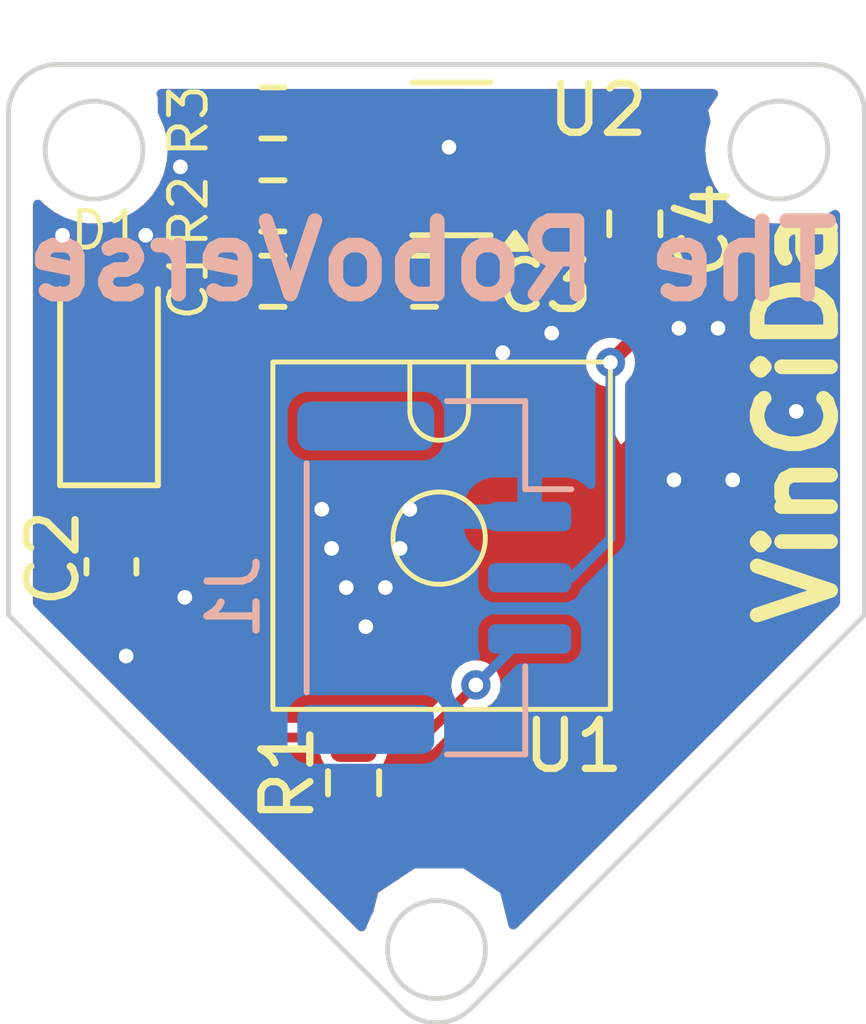
<source format=kicad_pcb>
(kicad_pcb (version 20240108) (generator "pcbnew") (generator_version "8.0")
  (layers (0 "F.Cu" signal) (31 "B.Cu" signal) (34 "B.Paste" user) (35 "F.Paste" user) (36 "B.SilkS" user "B.Silkscreen") (37 "F.SilkS" user "F.Silkscreen") (38 "B.Mask" user) (39 "F.Mask" user) (44 "Edge.Cuts" user))
  (net 0 "")
  (net 1 "/OUT")
  (net 2 "GND")
  (net 3 "Net-(U2-ADJ)")
  (net 4 "/VDD")
  (net 5 "Net-(J1-Pin_2)")
  (footprint "Package_TO_SOT_SMD:SOT-23-5" (layer "F.Cu") (at 67.95 43.84 180)
    (property "Reference" "U2" (at -3 1 0) (layer "F.SilkS"))
    (property "Value" "LP2980-ADJ")
    (fp_line (start 0 1.56) (end 0.8 1.56) (stroke (width 0.12)) (layer "F.SilkS"))
    (fp_line (start 0 1.56) (end -0.8 1.56) (stroke (width 0.12)) (layer "F.SilkS"))
    (fp_line (start 0 -1.56) (end 0.8 -1.56) (stroke (width 0.12)) (layer "F.SilkS"))
    (fp_line (start 0 -1.56) (end -0.8 -1.56) (stroke (width 0.12)) (layer "F.SilkS"))
    (fp_poly (pts (xy -1.3 -1.51) (xy -1.54 -1.84) (xy -1.06 -1.84) (xy -1.3 -1.51)) (stroke (width 0.12)) (fill solid) (layer "F.SilkS"))
    (pad "1" smd roundrect (at -1.1375 -0.95 180) (size 1.325 0.6) (layers "F.Cu" "F.Paste" "F.Mask") (net 5 "Net-(J1-Pin_2)"))
    (pad "2" smd roundrect (at -1.1375 0 180) (size 1.325 0.6) (layers "F.Cu" "F.Paste" "F.Mask") (net 2 "GND"))
    (pad "3" smd roundrect (at -1.1375 0.95 180) (size 1.325 0.6) (layers "F.Cu" "F.Paste" "F.Mask") (net 5 "Net-(J1-Pin_2)"))
    (pad "4" smd roundrect (at 1.1375 0.95 180) (size 1.325 0.6) (layers "F.Cu" "F.Paste" "F.Mask") (net 3 "Net-(U2-ADJ)"))
    (pad "5" smd roundrect (at 1.1375 -0.95 180) (size 1.325 0.6) (layers "F.Cu" "F.Paste" "F.Mask") (net 4 "/VDD"))
  )
  (footprint "Capacitor_SMD:C_0603_1608Metric" (layer "F.Cu") (at 61 52.175 -90)
    (property "Reference" "C2" (at -0.175 1.2 -90) (layer "F.SilkS"))
    (property "Value" "100n")
    (fp_line (start -0.14058 0.51) (end 0.14058 0.51) (stroke (width 0.12)) (layer "F.SilkS"))
    (fp_line (start -0.14058 -0.51) (end 0.14058 -0.51) (stroke (width 0.12)) (layer "F.SilkS"))
    (pad "1" smd roundrect (at -0.775 0 270) (size 0.9 0.95) (layers "F.Cu" "F.Paste" "F.Mask") (net 4 "/VDD"))
    (pad "2" smd roundrect (at 0.775 0 270) (size 0.9 0.95) (layers "F.Cu" "F.Paste" "F.Mask") (net 2 "GND"))
  )
  (footprint "Resistor_SMD:R_0603_1608Metric" (layer "F.Cu") (at 64.3 44.8 180)
    (property "Reference" "R2" (at 1.725 -0.11 90) (layer "F.SilkS") (effects (font (size 0.75 0.75) (thickness 0.1))))
    (property "Value" "86.6k")
    (fp_line (start -0.237258 0.5225) (end 0.237258 0.5225) (stroke (width 0.12)) (layer "F.SilkS"))
    (fp_line (start -0.237258 -0.5225) (end 0.237258 -0.5225) (stroke (width 0.12)) (layer "F.SilkS"))
    (pad "1" smd roundrect (at -0.825 0 180) (size 0.8 0.95) (layers "F.Cu" "F.Paste" "F.Mask") (net 3 "Net-(U2-ADJ)"))
    (pad "2" smd roundrect (at 0.825 0 180) (size 0.8 0.95) (layers "F.Cu" "F.Paste" "F.Mask") (net 4 "/VDD"))
  )
  (footprint "Resistor_SMD:R_0603_1608Metric" (layer "F.Cu") (at 71.7 45.165 90)
    (property "Reference" "C4" (at -0.135 1.4 -90) (layer "F.SilkS"))
    (property "Value" "1uF")
    (fp_line (start -0.237258 -0.5225) (end 0.237258 -0.5225) (stroke (width 0.12)) (layer "F.SilkS"))
    (fp_line (start -0.237258 0.5225) (end 0.237258 0.5225) (stroke (width 0.12)) (layer "F.SilkS"))
    (pad "1" smd roundrect (at -0.825 0 90) (size 0.8 0.95) (layers "F.Cu" "F.Paste" "F.Mask") (net 5 "Net-(J1-Pin_2)"))
    (pad "2" smd roundrect (at 0.825 0 90) (size 0.8 0.95) (layers "F.Cu" "F.Paste" "F.Mask") (net 2 "GND"))
  )
  (footprint "Diode_SMD:D_SOD-123" (layer "F.Cu") (at 60.95 48.15 90)
    (property "Reference" "D1" (at 2.85 -0.05 180) (layer "F.SilkS") (effects (font (size 0.75 0.75) (thickness 0.1))))
    (property "Value" "D_Zener")
    (fp_line (start -2.36 -1) (end 1.65 -1) (stroke (width 0.12)) (layer "F.SilkS"))
    (fp_line (start -2.36 -1) (end -2.36 1) (stroke (width 0.12)) (layer "F.SilkS"))
    (fp_line (start -2.36 1) (end 1.65 1) (stroke (width 0.12)) (layer "F.SilkS"))
    (pad "1" smd roundrect (at -1.65 0 90) (size 0.9 1.2) (layers "F.Cu" "F.Paste" "F.Mask") (net 4 "/VDD"))
    (pad "2" smd roundrect (at 1.65 0 90) (size 0.9 1.2) (layers "F.Cu" "F.Paste" "F.Mask") (net 2 "GND"))
  )
  (footprint "Resistor_SMD:R_0603_1608Metric" (layer "F.Cu") (at 67.4 46.34)
    (property "Reference" "C3" (at 2.45 0.1 0) (layer "F.SilkS"))
    (property "Value" "10pF")
    (fp_line (start -0.237258 -0.5225) (end 0.237258 -0.5225) (stroke (width 0.12)) (layer "F.SilkS"))
    (fp_line (start -0.237258 0.5225) (end 0.237258 0.5225) (stroke (width 0.12)) (layer "F.SilkS"))
    (pad "1" smd roundrect (at -0.825 0) (size 0.8 0.95) (layers "F.Cu" "F.Paste" "F.Mask") (net 4 "/VDD"))
    (pad "2" smd roundrect (at 0.825 0) (size 0.8 0.95) (layers "F.Cu" "F.Paste" "F.Mask") (net 3 "Net-(U2-ADJ)"))
  )
  (footprint "Resistor_SMD:R_0603_1608Metric" (layer "F.Cu") (at 64.3 42.9 180)
    (property "Reference" "R3" (at 1.725 -0.16 90) (layer "F.SilkS") (effects (font (size 0.75 0.75) (thickness 0.1))))
    (property "Value" "51.1k")
    (fp_line (start -0.237258 0.5225) (end 0.237258 0.5225) (stroke (width 0.12)) (layer "F.SilkS"))
    (fp_line (start -0.237258 -0.5225) (end 0.237258 -0.5225) (stroke (width 0.12)) (layer "F.SilkS"))
    (pad "1" smd roundrect (at -0.825 0 180) (size 0.8 0.95) (layers "F.Cu" "F.Paste" "F.Mask") (net 3 "Net-(U2-ADJ)"))
    (pad "2" smd roundrect (at 0.825 0 180) (size 0.8 0.95) (layers "F.Cu" "F.Paste" "F.Mask") (net 2 "GND"))
  )
  (footprint "Resistor_SMD:R_0603_1608Metric" (layer "F.Cu") (at 64.3 46.34)
    (property "Reference" "C1" (at -1.725 0.06 -90) (layer "F.SilkS") (effects (font (size 0.75 0.75) (thickness 0.1))))
    (property "Value" "4.7uF")
    (fp_line (start -0.237258 -0.5225) (end 0.237258 -0.5225) (stroke (width 0.12)) (layer "F.SilkS"))
    (fp_line (start -0.237258 0.5225) (end 0.237258 0.5225) (stroke (width 0.12)) (layer "F.SilkS"))
    (pad "1" smd roundrect (at -0.825 0) (size 0.8 0.95) (layers "F.Cu" "F.Paste" "F.Mask") (net 2 "GND"))
    (pad "2" smd roundrect (at 0.825 0) (size 0.8 0.95) (layers "F.Cu" "F.Paste" "F.Mask") (net 4 "/VDD"))
  )
  (footprint "Ensmasteel_librairy:XGZ6859 6pin" (layer "F.Cu") (at 67.7 51.59)
    (property "Reference" "U1" (at 2.75 4.25 0) (layer "F.SilkS"))
    (property "Value" "XPGZP6859A")
    (fp_line (start -0.6 -2.6) (end -0.6 -3.6) (stroke (width 0.1)) (layer "F.SilkS"))
    (fp_line (start 0.6 -2.6) (end 0.6 -3.6) (stroke (width 0.1)) (layer "F.SilkS"))
    (fp_rect (start -3.4 -3.6) (end 3.5 3.5) (stroke (width 0.1)) (fill none) (layer "F.SilkS"))
    (fp_arc (start 0.6 -2.6) (mid 0 -2) (end -0.6 -2.6) (stroke (width 0.1)) (layer "F.SilkS"))
    (fp_circle (center 0 0) (end 0.8 -0.5) (stroke (width 0.1)) (fill none) (layer "F.SilkS"))
    (pad "1" smd roundrect (at -4.8 -2.64) (size 1.5 1) (layers "F.Cu" "F.Paste" "F.Mask"))
    (pad "2" smd roundrect (at -4.8 0) (size 1.5 1) (layers "F.Cu" "F.Paste" "F.Mask") (net 4 "/VDD"))
    (pad "3" smd roundrect (at -4.8 2.64) (size 1.5 1) (layers "F.Cu" "F.Paste" "F.Mask") (net 1 "/OUT"))
    (pad "4" smd roundrect (at 4.8 2.64) (size 1.5 1) (layers "F.Cu" "F.Paste" "F.Mask"))
    (pad "5" smd roundrect (at 4.8 0) (size 1.5 1) (layers "F.Cu" "F.Paste" "F.Mask"))
    (pad "6" smd roundrect (at 4.8 -2.64) (size 1.5 1) (layers "F.Cu" "F.Paste" "F.Mask") (net 2 "GND"))
  )
  (footprint "Resistor_SMD:R_0603_1608Metric" (layer "F.Cu") (at 65.95 56.59 90)
    (property "Reference" "R1" (at 0.19 -1.35 90) (layer "F.SilkS"))
    (property "Value" "5k")
    (fp_line (start -0.237258 -0.5225) (end 0.237258 -0.5225) (stroke (width 0.12)) (layer "F.SilkS"))
    (fp_line (start -0.237258 0.5225) (end 0.237258 0.5225) (stroke (width 0.12)) (layer "F.SilkS"))
    (pad "1" smd roundrect (at -0.825 0 90) (size 0.8 0.95) (layers "F.Cu" "F.Paste" "F.Mask") (net 2 "GND"))
    (pad "2" smd roundrect (at 0.825 0 90) (size 0.8 0.95) (layers "F.Cu" "F.Paste" "F.Mask") (net 1 "/OUT"))
  )
  (footprint "Connector_JST:JST_GH_BM03B-GHS-TBT_1x03-1MP_P1.25mm_Vertical" (layer "B.Cu") (at 67.6 52.4 -90)
    (property "Reference" "J1" (at 0.4 4.1 -90) (layer "B.SilkS") (effects (justify mirror)))
    (property "Value" "Conn_01x03_Socket")
    (fp_line (start 2.34 2.61) (end -2.34 2.61) (stroke (width 0.12)) (layer "B.SilkS"))
    (fp_line (start -3.61 -1.86) (end -3.61 -0.26) (stroke (width 0.12)) (layer "B.SilkS"))
    (fp_line (start -1.81 -1.86) (end -3.61 -1.86) (stroke (width 0.12)) (layer "B.SilkS"))
    (fp_line (start 1.81 -1.86) (end 3.61 -1.86) (stroke (width 0.12)) (layer "B.SilkS"))
    (fp_line (start 3.61 -1.86) (end 3.61 -0.26) (stroke (width 0.12)) (layer "B.SilkS"))
    (fp_line (start -1.81 -2.8) (end -1.81 -1.86) (stroke (width 0.12)) (layer "B.SilkS"))
    (pad "1" smd roundrect (at -1.25 -1.95 270) (size 0.6 1.7) (layers "B.Cu" "B.Paste" "B.Mask") (net 2 "GND"))
    (pad "2" smd roundrect (at 0 -1.95 270) (size 0.6 1.7) (layers "B.Cu" "B.Paste" "B.Mask") (net 5 "Net-(J1-Pin_2)"))
    (pad "3" smd roundrect (at 1.25 -1.95 270) (size 0.6 1.7) (layers "B.Cu" "B.Paste" "B.Mask") (net 1 "/OUT"))
    (pad "MP" smd roundrect (at -3.1 1.4 270) (size 1 2.8) (layers "B.Cu" "B.Paste" "B.Mask"))
    (pad "MP" smd roundrect (at 3.1 1.4 270) (size 1 2.8) (layers "B.Cu" "B.Paste" "B.Mask"))
  )
  (gr_circle (center 74.644609 43.658841) (end 75.644609 43.658841) (stroke (width 0.1)) (fill none) (layer "Edge.Cuts"))
  (gr_line (start 68.355456 61.197964) (end 76.394609 53.158841) (stroke (width 0.1)) (layer "Edge.Cuts"))
  (gr_arc (start 58.894609 42.908825) (mid 59.187515 42.201736) (end 59.894609 41.908841) (stroke (width 0.1)) (layer "Edge.Cuts"))
  (gr_circle (center 60.644609 43.658841) (end 61.644609 43.658841) (stroke (width 0.1)) (fill none) (layer "Edge.Cuts"))
  (gr_line (start 75.394638 41.908841) (end 59.894609 41.908841) (stroke (width 0.1)) (layer "Edge.Cuts"))
  (gr_circle (center 67.644609 59.999661) (end 68.644609 59.999661) (stroke (width 0.1)) (fill none) (layer "Edge.Cuts"))
  (gr_line (start 58.894609 53.158841) (end 66.937456 61.201718) (stroke (width 0.1)) (layer "Edge.Cuts"))
  (gr_arc (start 68.355456 61.197964) (mid 67.647262 61.494582) (end 66.937502 61.201733) (stroke (width 0.1)) (layer "Edge.Cuts"))
  (gr_line (start 58.894609 42.908825) (end 58.894609 53.158841) (stroke (width 0.1)) (layer "Edge.Cuts"))
  (gr_line (start 76.394609 53.158841) (end 76.394609 42.903927) (stroke (width 0.1)) (layer "Edge.Cuts"))
  (gr_arc (start 75.394638 41.908841) (mid 76.099997 42.200002) (end 76.394609 42.903927) (stroke (width 0.1)) (layer "Edge.Cuts"))
  (gr_text "The RoboVerse" (at 76 46.8 0) (layer "B.SilkS") (effects (font (size 1.5 1.5) (thickness 0.3) (bold yes)) (justify left bottom mirror)))
  (gr_text "VinCiDa" (at 75.9 53.5 90) (layer "F.SilkS") (effects (font (size 1.5 1.5) (thickness 0.3) (bold yes)) (justify left bottom)))
  (segment (start 62.9 55.04) (end 63.525 55.665) (width 0.2) (layer "F.Cu") (net 1))
  (segment (start 63.525 55.665) (end 66.2 55.665) (width 0.2) (layer "F.Cu") (net 1))
  (segment (start 67.375 55.665) (end 68.45 54.59) (width 0.2) (layer "F.Cu") (net 1))
  (segment (start 66.2 55.665) (end 67.375 55.665) (width 0.2) (layer "F.Cu") (net 1))
  (segment (start 62.9 54.23) (end 62.9 55.04) (width 0.2) (layer "F.Cu") (net 1))
  (via (at 68.45 54.59) (size 0.6) (drill 0.3) (layers "F.Cu" "B.Cu") (net 1))
  (segment (start 68.4 54.54) (end 68.45 54.59) (width 0.2) (layer "B.Cu") (net 1))
  (segment (start 69.39 53.65) (end 68.45 54.59) (width 0.2) (layer "B.Cu") (net 1))
  (segment (start 69.55 53.65) (end 69.39 53.65) (width 0.2) (layer "B.Cu") (net 1))
  (segment (start 68.14 43.84) (end 68.6075 43.84) (width 0.4) (layer "F.Cu") (net 2))
  (segment (start 67.9 43.6) (end 68.14 43.84) (width 0.4) (layer "F.Cu") (net 2))
  (via (at 73.4 47.3) (size 0.6) (drill 0.3) (layers "F.Cu" "B.Cu") (net 2))
  (via (at 69 47.8) (size 0.6) (drill 0.3) (layers "F.Cu" "B.Cu") (net 2))
  (via (at 70 47.4) (size 0.6) (drill 0.3) (layers "F.Cu" "B.Cu") (net 2))
  (via (at 67.9 43.6) (size 0.6) (drill 0.3) (layers "F.Cu" "B.Cu") (net 2))
  (via (at 61.7 45.4) (size 0.6) (drill 0.3) (layers "F.Cu" "B.Cu") (net 2))
  (via (at 62.5 52.8) (size 0.6) (drill 0.3) (layers "F.Cu" "B.Cu") (net 2))
  (via (at 67.1 51) (size 0.6) (drill 0.3) (layers "F.Cu" "B.Cu") (net 2))
  (via (at 75 49) (size 0.6) (drill 0.3) (layers "F.Cu" "B.Cu") (net 2))
  (via (at 66.9 51.8) (size 0.6) (drill 0.3) (layers "F.Cu" "B.Cu") (net 2))
  (via (at 66.2 53.4) (size 0.6) (drill 0.3) (layers "F.Cu" "B.Cu") (net 2))
  (via (at 73.7 50.4) (size 0.6) (drill 0.3) (layers "F.Cu" "B.Cu") (net 2))
  (via (at 62.409008 44.002383) (size 0.6) (drill 0.3) (layers "F.Cu" "B.Cu") (net 2))
  (via (at 65.5 51.8) (size 0.6) (drill 0.3) (layers "F.Cu" "B.Cu") (net 2))
  (via (at 65.3 51) (size 0.6) (drill 0.3) (layers "F.Cu" "B.Cu") (net 2))
  (via (at 72.5 50.4) (size 0.6) (drill 0.3) (layers "F.Cu" "B.Cu") (net 2))
  (via (at 65.8 52.6) (size 0.6) (drill 0.3) (layers "F.Cu" "B.Cu") (net 2))
  (via (at 61.3 54) (size 0.6) (drill 0.3) (layers "F.Cu" "B.Cu") (net 2))
  (via (at 60 45.4) (size 0.6) (drill 0.3) (layers "F.Cu" "B.Cu") (net 2))
  (via (at 66.6 52.6) (size 0.6) (drill 0.3) (layers "F.Cu" "B.Cu") (net 2))
  (via (at 72.6 47.3) (size 0.6) (drill 0.3) (layers "F.Cu" "B.Cu") (net 2))
  (segment (start 67.8 45.915) (end 67.8 44.4) (width 0.2) (layer "F.Cu") (net 3))
  (segment (start 65.125 44.8) (end 65.125 42.9) (width 0.2) (layer "F.Cu") (net 3))
  (segment (start 68.225 46.34) (end 67.8 45.915) (width 0.2) (layer "F.Cu") (net 3))
  (segment (start 67.8 44.4) (end 66.8125 43.4125) (width 0.2) (layer "F.Cu") (net 3))
  (segment (start 65.175 42.89) (end 65.125 42.84) (width 0.2) (layer "F.Cu") (net 3))
  (segment (start 66.8125 43.4125) (end 66.8125 42.89) (width 0.2) (layer "F.Cu") (net 3))
  (segment (start 66.8125 42.89) (end 65.175 42.89) (width 0.2) (layer "F.Cu") (net 3))
  (segment (start 66.8125 44.79) (end 65.2625 46.34) (width 0.3) (layer "F.Cu") (net 4))
  (segment (start 65.125 46.775) (end 63.9 48) (width 0.3) (layer "F.Cu") (net 4))
  (segment (start 60.95 51.35) (end 61 51.4) (width 0.3) (layer "F.Cu") (net 4))
  (segment (start 62.71 51.4) (end 62.9 51.59) (width 0.3) (layer "F.Cu") (net 4))
  (segment (start 66.8125 46.1025) (end 66.575 46.34) (width 0.3) (layer "F.Cu") (net 4))
  (segment (start 65.125 46.34) (end 65.125 46.775) (width 0.3) (layer "F.Cu") (net 4))
  (segment (start 62.244544 48) (end 60.95 49.294544) (width 0.3) (layer "F.Cu") (net 4))
  (segment (start 61 51.4) (end 62.71 51.4) (width 0.3) (layer "F.Cu") (net 4))
  (segment (start 60.95 49.8) (end 60.95 51.35) (width 0.3) (layer "F.Cu") (net 4))
  (segment (start 63.9 48) (end 62.244544 48) (width 0.3) (layer "F.Cu") (net 4))
  (segment (start 66.8125 44.79) (end 66.8125 46.1025) (width 0.3) (layer "F.Cu") (net 4))
  (segment (start 65.125 46.34) (end 65.015 46.34) (width 0.3) (layer "F.Cu") (net 4))
  (segment (start 65.2625 46.34) (end 65.125 46.34) (width 0.3) (layer "F.Cu") (net 4))
  (segment (start 60.95 49.294544) (end 60.95 49.8) (width 0.3) (layer "F.Cu") (net 4))
  (segment (start 65.015 46.34) (end 63.475 44.8) (width 0.3) (layer "F.Cu") (net 4))
  (segment (start 71.7 46.84) (end 71.7 47.5) (width 0.3) (layer "F.Cu") (net 5))
  (segment (start 71.7 46.84) (end 71.7 45.99) (width 0.3) (layer "F.Cu") (net 5))
  (segment (start 69.749999 42.89) (end 69.0875 42.89) (width 0.3) (layer "F.Cu") (net 5))
  (segment (start 71.7 47.5) (end 71.2 48) (width 0.3) (layer "F.Cu") (net 5))
  (segment (start 71.7 45.99) (end 70.5 44.79) (width 0.3) (layer "F.Cu") (net 5))
  (segment (start 70.5 44.79) (end 70.15 44.79) (width 0.3) (layer "F.Cu") (net 5))
  (segment (start 70.5 43.640001) (end 69.749999 42.89) (width 0.3) (layer "F.Cu") (net 5))
  (segment (start 70.15 44.79) (end 69.0875 44.79) (width 0.3) (layer "F.Cu") (net 5))
  (segment (start 70.5 44.79) (end 70.5 43.640001) (width 0.3) (layer "F.Cu") (net 5))
  (via (at 71.2 48) (size 0.6) (drill 0.3) (layers "F.Cu" "B.Cu") (net 5))
  (segment (start 70.399999 52.4) (end 71.2 51.599999) (width 0.2) (layer "B.Cu") (net 5))
  (segment (start 69.55 52.4) (end 70.399999 52.4) (width 0.2) (layer "B.Cu") (net 5))
  (segment (start 71.2 51.599999) (end 71.2 48) (width 0.2) (layer "B.Cu") (net 5))
  (zone (net 2) (net_name "GND") (layers "F&B.Cu") (connect_pads (clearance 0.2)) (min_thickness 0.2) (fill yes (thermal_gap 0.5) (thermal_bridge_width 0.5))
    (polygon (pts (xy 59.2 44.34) (xy 59.2 52.84) (xy 66.2 59.84) (xy 66.45 58.84) (xy 67.2 58.34) (xy 68.2 58.34) (xy 68.95 58.84) (xy 69.2 59.84) (xy 76.2 52.84) (xy 76.2 44.59) (xy 75.45 45.09) (xy 73.95 44.84) (xy 73.45 44.09) (xy 73.2 42.84) (xy 73.7 42.09) (xy 61.7 42.09) (xy 61.95 42.59) (xy 61.95 43.59) (xy 61.7 44.34) (xy 61.2 44.84) (xy 60.45 44.84) (xy 59.45 44.59)))
  )
)
</source>
